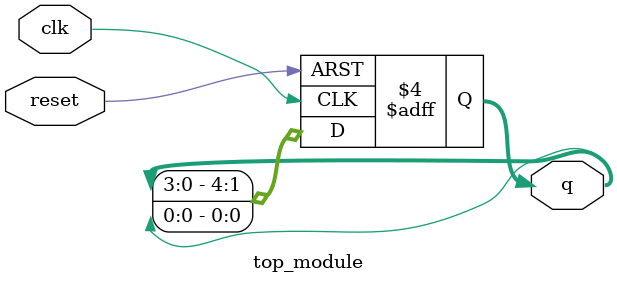
<source format=sv>
module top_module(
	input clk,
	input reset,
	output reg [4:0] q
);

	always @(posedge clk or posedge reset) begin
		if (reset)
			q <= 1;
		else begin
			q[2] <= q[4] ^ q[2] ^ q[0];
			q[4:1] <= q[3:0];
		end
	end

endmodule

</source>
